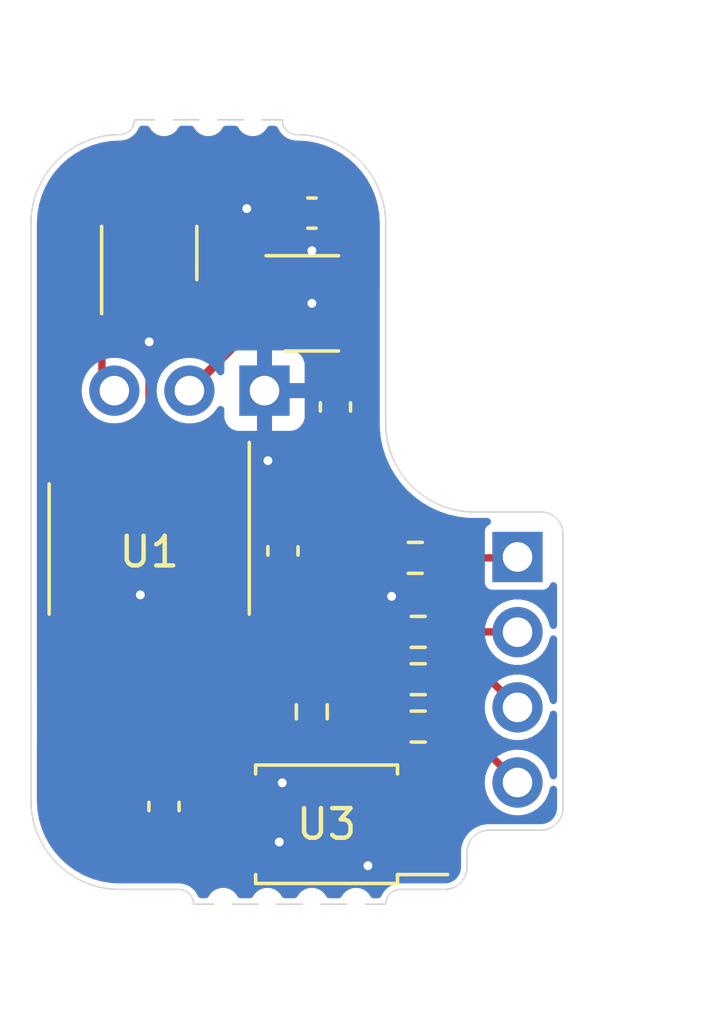
<source format=kicad_pcb>
(kicad_pcb (version 20240108) (generator "pcbnew") (generator_version "8.0")
  (layers (0 "F.Cu" signal) (31 "B.Cu" signal) (34 "B.Paste" user) (35 "F.Paste" user) (36 "B.SilkS" user "B.Silkscreen") (37 "F.SilkS" user "F.Silkscreen") (38 "B.Mask" user) (39 "F.Mask" user) (44 "Edge.Cuts" user))
  (net 0 "")
  (net 1 "GND")
  (net 2 "LED_DATA")
  (net 3 "5V")
  (net 4 "Net-(U1-Pad2)")
  (net 5 "Net-(U1-Pad3)")
  (net 6 "Net-(U1-Pad7)")
  (net 7 "Net-(U1-Pad8)")
  (net 8 "Net-(U1-Pad9)")
  (net 9 "Net-(U1-Pad10)")
  (net 10 "Net-(U1-Pad11)")
  (net 11 "Net-(U1-Pad12)")
  (net 12 "Net-(U1-Pad13)")
  (net 13 "Net-(U1-Pad14)")
  (net 14 "Net-(U2-Pad4)")
  (net 15 "3V3")
  (net 16 "RX+")
  (net 17 "RX-")
  (net 18 "SWDIO")
  (net 19 "SWDCLK")
  (net 20 "Net-(R1-Pad1)")
  (net 21 "UART_RX")
  (net 22 "Net-(R2-Pad1)")
  (net 23 "Net-(R3-Pad1)")
  (net 24 "Net-(R4-Pad1)")
  (net 25 "TX-")
  (net 26 "TX+")
  (net 27 "Net-(U1-Pad6)")
  (net 28 "Net-(U4-Pad3)")
  (net 29 "Net-(U4-Pad4)")
  (footprint "Connector_PinHeader_2.54mm:PinHeader_1x03_P2.54mm_Vertical" (layer "F.Cu") (at 0.9 -1.35 -90)
    (property "Reference" "J4" (hide yes))
    (property "Value" "Conn_01x03_Male")
    (pad "1" thru_hole rect (at 0 0 270) (size 1.7 1.7) (drill 1) (layers "*.Cu" "*.Mask") (net 1 "GND"))
    (pad "2" thru_hole oval (at 0 2.54 270) (size 1.7 1.7) (drill 1) (layers "*.Cu" "*.Mask") (net 3 "5V"))
    (pad "3" thru_hole oval (at 0 5.08 270) (size 1.7 1.7) (drill 1) (layers "*.Cu" "*.Mask") (net 2 "LED_DATA"))
  )
  (footprint "Connector_PinHeader_2.54mm:PinHeader_1x03_P2.54mm_Vertical" (layer "F.Cu") (at -5.23 9.55 90)
    (property "Reference" "J3" (hide yes))
    (property "Value" "Conn_01x03_Male")
    (pad "1" smd rect (at 0 0 90) (size 1.7 1.7) (layers "F.Cu" "F.Mask") (net 1 "GND"))
    (pad "2" smd oval (at 0 2.54 90) (size 1.7 1.7) (layers "F.Cu" "F.Mask") (net 18 "SWDIO"))
    (pad "3" smd oval (at 0 5.08 180) (size 1.7 1.7) (layers "F.Cu" "F.Mask") (net 19 "SWDCLK"))
  )
  (footprint "Package_SO:TSSOP-20_4.4x6.5mm_P0.65mm" (layer "F.Cu") (at -3 4 -90)
    (property "Reference" "U1" (at 0.1 0 180) (layer "F.SilkS"))
    (property "Value" "STM32F030F4Px")
    (fp_line (start 0 3.385) (end -2.2 3.385) (stroke (width 0.12)) (layer "F.SilkS"))
    (fp_line (start 0 3.385) (end 2.2 3.385) (stroke (width 0.12)) (layer "F.SilkS"))
    (fp_line (start 0 -3.385) (end -3.6 -3.385) (stroke (width 0.12)) (layer "F.SilkS"))
    (fp_line (start 0 -3.385) (end 2.2 -3.385) (stroke (width 0.12)) (layer "F.SilkS"))
    (pad "1" smd roundrect (at -2.8625 -2.925 270) (size 1.475 0.4) (layers "F.Cu" "F.Paste" "F.Mask") (net 1 "GND"))
    (pad "2" smd roundrect (at -2.8625 -2.275 270) (size 1.475 0.4) (layers "F.Cu" "F.Paste" "F.Mask") (net 4 "Net-(U1-Pad2)"))
    (pad "3" smd roundrect (at -2.8625 -1.625 270) (size 1.475 0.4) (layers "F.Cu" "F.Paste" "F.Mask") (net 5 "Net-(U1-Pad3)"))
    (pad "4" smd roundrect (at -2.8625 -0.975 270) (size 1.475 0.4) (layers "F.Cu" "F.Paste" "F.Mask") (net 15 "3V3"))
    (pad "5" smd roundrect (at -2.8625 -0.325 270) (size 1.475 0.4) (layers "F.Cu" "F.Paste" "F.Mask") (net 15 "3V3"))
    (pad "6" smd roundrect (at -2.8625 0.325 270) (size 1.475 0.4) (layers "F.Cu" "F.Paste" "F.Mask") (net 27 "Net-(U1-Pad6)"))
    (pad "7" smd roundrect (at -2.8625 0.975 270) (size 1.475 0.4) (layers "F.Cu" "F.Paste" "F.Mask") (net 6 "Net-(U1-Pad7)"))
    (pad "8" smd roundrect (at -2.8625 1.625 270) (size 1.475 0.4) (layers "F.Cu" "F.Paste" "F.Mask") (net 7 "Net-(U1-Pad8)"))
    (pad "9" smd roundrect (at -2.8625 2.275 270) (size 1.475 0.4) (layers "F.Cu" "F.Paste" "F.Mask") (net 8 "Net-(U1-Pad9)"))
    (pad "10" smd roundrect (at -2.8625 2.925 270) (size 1.475 0.4) (layers "F.Cu" "F.Paste" "F.Mask") (net 9 "Net-(U1-Pad10)"))
    (pad "11" smd roundrect (at 2.8625 2.925 270) (size 1.475 0.4) (layers "F.Cu" "F.Paste" "F.Mask") (net 10 "Net-(U1-Pad11)"))
    (pad "12" smd roundrect (at 2.8625 2.275 270) (size 1.475 0.4) (layers "F.Cu" "F.Paste" "F.Mask") (net 11 "Net-(U1-Pad12)"))
    (pad "13" smd roundrect (at 2.8625 1.625 270) (size 1.475 0.4) (layers "F.Cu" "F.Paste" "F.Mask") (net 12 "Net-(U1-Pad13)"))
    (pad "14" smd roundrect (at 2.8625 0.975 270) (size 1.475 0.4) (layers "F.Cu" "F.Paste" "F.Mask") (net 13 "Net-(U1-Pad14)"))
    (pad "15" smd roundrect (at 2.8625 0.325 270) (size 1.475 0.4) (layers "F.Cu" "F.Paste" "F.Mask") (net 1 "GND"))
    (pad "16" smd roundrect (at 2.8625 -0.325 270) (size 1.475 0.4) (layers "F.Cu" "F.Paste" "F.Mask") (net 15 "3V3"))
    (pad "17" smd roundrect (at 2.8625 -0.975 270) (size 1.475 0.4) (layers "F.Cu" "F.Paste" "F.Mask") (net 20 "Net-(R1-Pad1)"))
    (pad "18" smd roundrect (at 2.8625 -1.625 270) (size 1.475 0.4) (layers "F.Cu" "F.Paste" "F.Mask") (net 22 "Net-(R2-Pad1)"))
    (pad "19" smd roundrect (at 2.8625 -2.275 270) (size 1.475 0.4) (layers "F.Cu" "F.Paste" "F.Mask") (net 18 "SWDIO"))
    (pad "20" smd roundrect (at 2.8625 -2.925 270) (size 1.475 0.4) (layers "F.Cu" "F.Paste" "F.Mask") (net 19 "SWDCLK"))
  )
  (footprint "Package_TO_SOT_SMD:SOT-23-5" (layer "F.Cu") (at 2.504 -4.3)
    (property "Reference" "U2" (hide yes))
    (property "Value" "AP2112K-3.3")
    (fp_line (start -0.9 1.61) (end 0.9 1.61) (stroke (width 0.12)) (layer "F.SilkS"))
    (fp_line (start 0.9 -1.61) (end -1.55 -1.61) (stroke (width 0.12)) (layer "F.SilkS"))
    (pad "1" smd rect (at -1.1 -0.95) (size 1.06 0.65) (layers "F.Cu" "F.Paste" "F.Mask") (net 3 "5V"))
    (pad "2" smd rect (at -1.1 0) (size 1.06 0.65) (layers "F.Cu" "F.Paste" "F.Mask") (net 1 "GND"))
    (pad "3" smd rect (at -1.1 0.95) (size 1.06 0.65) (layers "F.Cu" "F.Paste" "F.Mask") (net 3 "5V"))
    (pad "4" smd rect (at 1.1 0.95) (size 1.06 0.65) (layers "F.Cu" "F.Paste" "F.Mask") (net 14 "Net-(U2-Pad4)"))
    (pad "5" smd rect (at 1.1 -0.95) (size 1.06 0.65) (layers "F.Cu" "F.Paste" "F.Mask") (net 15 "3V3"))
  )
  (footprint "Package_SO:SO-6_4.4x3.6mm_P1.27mm" (layer "F.Cu") (at 3 13.3 180)
    (property "Reference" "U3" (at 0 0 0) (layer "F.SilkS"))
    (property "Value" "TLP2361")
    (fp_line (start 2.4 2) (end -2.4 2) (stroke (width 0.12)) (layer "F.SilkS"))
    (fp_line (start 2.4 1.7) (end 2.4 2) (stroke (width 0.12)) (layer "F.SilkS"))
    (fp_line (start 2.4 -2) (end 2.4 -1.7) (stroke (width 0.12)) (layer "F.SilkS"))
    (fp_line (start -2.4 2) (end -2.4 1.7) (stroke (width 0.12)) (layer "F.SilkS"))
    (fp_line (start -2.4 -1.7) (end -2.4 -2) (stroke (width 0.12)) (layer "F.SilkS"))
    (fp_line (start -2.4 -1.7) (end -4.1 -1.7) (stroke (width 0.12)) (layer "F.SilkS"))
    (fp_line (start -2.4 -2) (end 2.4 -2) (stroke (width 0.12)) (layer "F.SilkS"))
    (pad "1" smd rect (at -3.15 -1.27 180) (size 2 0.64) (layers "F.Cu" "F.Paste" "F.Mask") (net 23 "Net-(R3-Pad1)"))
    (pad "3" smd rect (at -3.15 1.27 180) (size 2 0.64) (layers "F.Cu" "F.Paste" "F.Mask") (net 24 "Net-(R4-Pad1)"))
    (pad "4" smd rect (at 3.15 1.27 180) (size 2 0.64) (layers "F.Cu" "F.Paste" "F.Mask") (net 1 "GND"))
    (pad "5" smd rect (at 3.15 0 180) (size 2 0.64) (layers "F.Cu" "F.Paste" "F.Mask") (net 21 "UART_RX"))
    (pad "6" smd rect (at 3.15 -1.27 180) (size 2 0.64) (layers "F.Cu" "F.Paste" "F.Mask") (net 15 "3V3"))
  )
  (footprint "Capacitor_SMD:C_0603_1608Metric" (layer "F.Cu") (at 2.504 -7.348001)
    (property "Reference" "C2" (hide yes))
    (property "Value" "C")
    (fp_line (start -0.14058 -0.51) (end 0.14058 -0.51) (stroke (width 0.12)) (layer "F.SilkS"))
    (fp_line (start -0.14058 0.51) (end 0.14058 0.51) (stroke (width 0.12)) (layer "F.SilkS"))
    (pad "1" smd roundrect (at -0.775 0) (size 0.9 0.95) (layers "F.Cu" "F.Paste" "F.Mask") (net 3 "5V"))
    (pad "2" smd roundrect (at 0.775 0) (size 0.9 0.95) (layers "F.Cu" "F.Paste" "F.Mask") (net 1 "GND"))
  )
  (footprint "Capacitor_SMD:C_0603_1608Metric" (layer "F.Cu") (at 3.3 -0.8 -90)
    (property "Reference" "C3" (hide yes))
    (property "Value" "C")
    (fp_line (start -0.14058 0.51) (end 0.14058 0.51) (stroke (width 0.12)) (layer "F.SilkS"))
    (fp_line (start -0.14058 -0.51) (end 0.14058 -0.51) (stroke (width 0.12)) (layer "F.SilkS"))
    (pad "1" smd roundrect (at -0.775 0 270) (size 0.9 0.95) (layers "F.Cu" "F.Paste" "F.Mask") (net 15 "3V3"))
    (pad "2" smd roundrect (at 0.775 0 270) (size 0.9 0.95) (layers "F.Cu" "F.Paste" "F.Mask") (net 1 "GND"))
  )
  (footprint "Resistor_SMD:R_0603_1608Metric" (layer "F.Cu") (at 2.5 9.5 -90)
    (property "Reference" "R2" (hide yes))
    (property "Value" "R")
    (fp_line (start -0.237258 0.5225) (end 0.237258 0.5225) (stroke (width 0.12)) (layer "F.SilkS"))
    (fp_line (start -0.237258 -0.5225) (end 0.237258 -0.5225) (stroke (width 0.12)) (layer "F.SilkS"))
    (pad "1" smd roundrect (at -0.825 0 270) (size 0.8 0.95) (layers "F.Cu" "F.Paste" "F.Mask") (net 22 "Net-(R2-Pad1)"))
    (pad "2" smd roundrect (at 0.825 0 270) (size 0.8 0.95) (layers "F.Cu" "F.Paste" "F.Mask") (net 21 "UART_RX"))
  )
  (footprint "Resistor_SMD:R_0603_1608Metric" (layer "F.Cu") (at 6.1 8.4)
    (property "Reference" "R4" (hide yes))
    (property "Value" "R")
    (fp_line (start -0.237258 -0.5225) (end 0.237258 -0.5225) (stroke (width 0.12)) (layer "F.SilkS"))
    (fp_line (start -0.237258 0.5225) (end 0.237258 0.5225) (stroke (width 0.12)) (layer "F.SilkS"))
    (pad "1" smd roundrect (at -0.825 0) (size 0.8 0.95) (layers "F.Cu" "F.Paste" "F.Mask") (net 24 "Net-(R4-Pad1)"))
    (pad "2" smd roundrect (at 0.825 0) (size 0.8 0.95) (layers "F.Cu" "F.Paste" "F.Mask") (net 17 "RX-"))
  )
  (footprint "Capacitor_SMD:C_0603_1608Metric" (layer "F.Cu") (at 1.524 4.064 90)
    (property "Reference" "C1" (hide yes))
    (property "Value" "C")
    (fp_line (start -0.14058 -0.51) (end 0.14058 -0.51) (stroke (width 0.12)) (layer "F.SilkS"))
    (fp_line (start -0.14058 0.51) (end 0.14058 0.51) (stroke (width 0.12)) (layer "F.SilkS"))
    (pad "1" smd roundrect (at -0.775 0 90) (size 0.9 0.95) (layers "F.Cu" "F.Paste" "F.Mask") (net 15 "3V3"))
    (pad "2" smd roundrect (at 0.775 0 90) (size 0.9 0.95) (layers "F.Cu" "F.Paste" "F.Mask") (net 1 "GND"))
  )
  (footprint "Capacitor_SMD:C_0603_1608Metric" (layer "F.Cu") (at -2.5 12.7 90)
    (property "Reference" "C4" (hide yes))
    (property "Value" "C")
    (fp_line (start -0.14058 -0.51) (end 0.14058 -0.51) (stroke (width 0.12)) (layer "F.SilkS"))
    (fp_line (start -0.14058 0.51) (end 0.14058 0.51) (stroke (width 0.12)) (layer "F.SilkS"))
    (pad "1" smd roundrect (at -0.775 0 90) (size 0.9 0.95) (layers "F.Cu" "F.Paste" "F.Mask") (net 15 "3V3"))
    (pad "2" smd roundrect (at 0.775 0 90) (size 0.9 0.95) (layers "F.Cu" "F.Paste" "F.Mask") (net 1 "GND"))
  )
  (footprint "Resistor_SMD:R_0603_1608Metric" (layer "F.Cu") (at 6.1 6.8)
    (property "Reference" "R5" (hide yes))
    (property "Value" "R")
    (fp_line (start -0.237258 -0.5225) (end 0.237258 -0.5225) (stroke (width 0.12)) (layer "F.SilkS"))
    (fp_line (start -0.237258 0.5225) (end 0.237258 0.5225) (stroke (width 0.12)) (layer "F.SilkS"))
    (pad "1" smd roundrect (at -0.825 0) (size 0.8 0.95) (layers "F.Cu" "F.Paste" "F.Mask") (net 15 "3V3"))
    (pad "2" smd roundrect (at 0.825 0) (size 0.8 0.95) (layers "F.Cu" "F.Paste" "F.Mask") (net 26 "TX+"))
  )
  (footprint "Connector_PinHeader_2.54mm:PinHeader_1x04_P2.54mm_Vertical" (layer "F.Cu") (at 9.46 4.27)
    (property "Reference" "J1" (hide yes))
    (property "Value" "Conn_01x04_Male")
    (pad "1" thru_hole rect (at 0 0) (size 1.7 1.7) (drill 1) (layers "*.Cu" "*.Mask") (net 25 "TX-"))
    (pad "2" thru_hole oval (at 0 2.54) (size 1.7 1.7) (drill 1) (layers "*.Cu" "*.Mask") (net 26 "TX+"))
    (pad "3" thru_hole oval (at 0 5.08) (size 1.7 1.7) (drill 1) (layers "*.Cu" "*.Mask") (net 17 "RX-"))
    (pad "4" thru_hole oval (at 0 7.62) (size 1.7 1.7) (drill 1) (layers "*.Cu" "*.Mask") (net 16 "RX+"))
  )
  (footprint "Resistor_SMD:R_0603_1608Metric" (layer "F.Cu") (at 6.1 10)
    (property "Reference" "R3" (hide yes))
    (property "Value" "R")
    (fp_line (start -0.237258 -0.5225) (end 0.237258 -0.5225) (stroke (width 0.12)) (layer "F.SilkS"))
    (fp_line (start -0.237258 0.5225) (end 0.237258 0.5225) (stroke (width 0.12)) (layer "F.SilkS"))
    (pad "1" smd roundrect (at -0.825 0) (size 0.8 0.95) (layers "F.Cu" "F.Paste" "F.Mask") (net 23 "Net-(R3-Pad1)"))
    (pad "2" smd roundrect (at 0.825 0) (size 0.8 0.95) (layers "F.Cu" "F.Paste" "F.Mask") (net 16 "RX+"))
  )
  (footprint "Package_TO_SOT_SMD:SOT-23-6_Handsoldering" (layer "F.Cu") (at -3 -6 90)
    (property "Reference" "U4" (hide yes))
    (property "Value" "74LVC2G17")
    (fp_line (start 0.9 -1.61) (end -2.05 -1.61) (stroke (width 0.12)) (layer "F.SilkS"))
    (fp_line (start -0.9 1.61) (end 0.9 1.61) (stroke (width 0.12)) (layer "F.SilkS"))
    (pad "1" smd rect (at -1.35 -0.95 90) (size 1.56 0.65) (layers "F.Cu" "F.Paste" "F.Mask") (net 27 "Net-(U1-Pad6)"))
    (pad "2" smd rect (at -1.35 0 90) (size 1.56 0.65) (layers "F.Cu" "F.Paste" "F.Mask") (net 1 "GND"))
    (pad "3" smd rect (at -1.35 0.95 90) (size 1.56 0.65) (layers "F.Cu" "F.Paste" "F.Mask") (net 28 "Net-(U4-Pad3)"))
    (pad "4" smd rect (at 1.35 0.95 90) (size 1.56 0.65) (layers "F.Cu" "F.Paste" "F.Mask") (net 29 "Net-(U4-Pad4)"))
    (pad "5" smd rect (at 1.35 0 90) (size 1.56 0.65) (layers "F.Cu" "F.Paste" "F.Mask") (net 3 "5V"))
    (pad "6" smd rect (at 1.35 -0.95 90) (size 1.56 0.65) (layers "F.Cu" "F.Paste" "F.Mask") (net 2 "LED_DATA"))
  )
  (footprint "Resistor_SMD:R_0603_1608Metric" (layer "F.Cu") (at 6 4.3)
    (property "Reference" "R1" (hide yes))
    (property "Value" "R")
    (fp_line (start -0.237258 -0.5225) (end 0.237258 -0.5225) (stroke (width 0.12)) (layer "F.SilkS"))
    (fp_line (start -0.237258 0.5225) (end 0.237258 0.5225) (stroke (width 0.12)) (layer "F.SilkS"))
    (pad "1" smd roundrect (at -0.825 0) (size 0.8 0.95) (layers "F.Cu" "F.Paste" "F.Mask") (net 20 "Net-(R1-Pad1)"))
    (pad "2" smd roundrect (at 0.825 0) (size 0.8 0.95) (layers "F.Cu" "F.Paste" "F.Mask") (net 25 "TX-"))
  )
  (footprint "MountingHole:MountingHole_2.1mm" (layer "F.Cu") (at -0.5 16)
    (property "Reference" "REF**" (hide yes))
    (property "Value" "mousebite")
    (pad "" np_thru_hole circle (at 0 0) (size 0.6 0.6) (drill 0.6) (layers "*.Cu" "*.Mask"))
  )
  (footprint "MountingHole:MountingHole_2.1mm" (layer "F.Cu") (at 1 16)
    (property "Reference" "REF**" (hide yes))
    (property "Value" "mousebite")
    (pad "" np_thru_hole circle (at 0 0) (size 0.6 0.6) (drill 0.6) (layers "*.Cu" "*.Mask"))
  )
  (footprint "MountingHole:MountingHole_2.1mm" (layer "F.Cu") (at 2.5 16)
    (property "Reference" "REF**" (hide yes))
    (property "Value" "mousebite")
    (pad "" np_thru_hole circle (at 0 0) (size 0.6 0.6) (drill 0.6) (layers "*.Cu" "*.Mask"))
  )
  (footprint "MountingHole:MountingHole_2.1mm" (layer "F.Cu") (at 4 16)
    (property "Reference" "REF**" (hide yes))
    (property "Value" "mousebite")
    (pad "" np_thru_hole circle (at 0 0) (size 0.6 0.6) (drill 0.6) (layers "*.Cu" "*.Mask"))
  )
  (footprint "MountingHole:MountingHole_2.1mm" (layer "F.Cu") (at 0.5 -10.5 180)
    (property "Reference" "REF**" (hide yes))
    (property "Value" "mousebite")
    (pad "" np_thru_hole circle (at 0 0 180) (size 0.6 0.6) (drill 0.6) (layers "*.Cu" "*.Mask"))
  )
  (footprint "MountingHole:MountingHole_2.1mm" (layer "F.Cu") (at -0.999999 -10.5 180)
    (property "Reference" "REF**" (hide yes))
    (property "Value" "mousebite")
    (pad "" np_thru_hole circle (at 0 0 180) (size 0.6 0.6) (drill 0.6) (layers "*.Cu" "*.Mask"))
  )
  (footprint "MountingHole:MountingHole_2.1mm" (layer "F.Cu") (at -2.5 -10.499999 180)
    (property "Reference" "REF**" (hide yes))
    (property "Value" "mousebite")
    (pad "" np_thru_hole circle (at 0 0 180) (size 0.6 0.6) (drill 0.6) (layers "*.Cu" "*.Mask"))
  )
  (gr_arc (start -7 -7) (mid -6.12132 -9.12132) (end -4 -10) (stroke (width 0.05)) (layer "Edge.Cuts"))
  (gr_arc (start 8 2.75) (mid 5.87868 1.87132) (end 5 -0.25) (stroke (width 0.05)) (layer "Edge.Cuts"))
  (gr_arc (start 11 12.75) (mid 10.78033 13.28033) (end 10.25 13.5) (stroke (width 0.05)) (layer "Edge.Cuts"))
  (gr_arc (start 10.25 2.75) (mid 10.78033 2.96967) (end 11 3.5) (stroke (width 0.05)) (layer "Edge.Cuts"))
  (gr_arc (start 7.75 14.25) (mid 7.96967 13.71967) (end 8.5 13.5) (stroke (width 0.05)) (layer "Edge.Cuts"))
  (gr_arc (start -4 15.5) (mid -6.12132 14.62132) (end -7 12.5) (stroke (width 0.05)) (layer "Edge.Cuts"))
  (gr_line (start 7.75 14.75) (end 7.75 14.25) (stroke (width 0.05)) (layer "Edge.Cuts"))
  (gr_line (start 7 15.5) (end 5.5 15.5) (stroke (width 0.05)) (layer "Edge.Cuts"))
  (gr_arc (start -2 15.499999) (mid -1.646447 15.646446) (end -1.5 16) (stroke (width 0.05)) (layer "Edge.Cuts"))
  (gr_line (start -1.5 16) (end 4.999999 16) (stroke (width 0.05)) (layer "Edge.Cuts"))
  (gr_arc (start -3.5 -10.5) (mid -3.646447 -10.146447) (end -4.000001 -10) (stroke (width 0.05)) (layer "Edge.Cuts"))
  (gr_line (start 1.5 -10.499999) (end -3.5 -10.5) (stroke (width 0.05)) (layer "Edge.Cuts"))
  (gr_arc (start 2.000001 -9.999999) (mid 1.646447 -10.146446) (end 1.5 -10.499999) (stroke (width 0.05)) (layer "Edge.Cuts"))
  (gr_line (start 10.25 2.75) (end 8 2.75) (stroke (width 0.05)) (layer "Edge.Cuts"))
  (gr_arc (start 4.999999 16) (mid 5.146446 15.646447) (end 5.5 15.5) (stroke (width 0.05)) (layer "Edge.Cuts"))
  (gr_arc (start 2 -10) (mid 4.12132 -9.12132) (end 5 -7) (stroke (width 0.05)) (layer "Edge.Cuts"))
  (gr_line (start -4 15.5) (end -2 15.5) (stroke (width 0.05)) (layer "Edge.Cuts"))
  (gr_line (start 5 -0.25) (end 5 -7) (stroke (width 0.05)) (layer "Edge.Cuts"))
  (gr_line (start 8.5 13.5) (end 10.25 13.5) (stroke (width 0.05)) (layer "Edge.Cuts"))
  (gr_line (start 11 12.75) (end 11 3.5) (stroke (width 0.05)) (layer "Edge.Cuts"))
  (gr_line (start -7 -7) (end -7 12.5) (stroke (width 0.05)) (layer "Edge.Cuts"))
  (gr_arc (start 7.75 14.75) (mid 7.53033 15.28033) (end 7 15.5) (stroke (width 0.05)) (layer "Edge.Cuts"))
  (segment (start 1.404 -4.3) (end 2.504 -4.3) (width 0.25) (layer "F.Cu") (net 1))
  (segment (start 0.8945 1.1375) (end 1.016 1.016) (width 0.25) (layer "F.Cu") (net 1))
  (segment (start 3.279 -6.853) (end 2.504 -6.078) (width 0.25) (layer "F.Cu") (net 1))
  (segment (start 3.279 -7.348) (end 3.279 -6.853) (width 0.25) (layer "F.Cu") (net 1))
  (segment (start -3.325 7.6) (end -5.23 9.505) (width 0.25) (layer "F.Cu") (net 1))
  (segment (start -3.325 6.8625) (end -3.325 7.6) (width 0.25) (layer "F.Cu") (net 1))
  (segment (start -5.23 9.505) (end -5.23 9.55) (width 0.25) (layer "F.Cu") (net 1))
  (segment (start -0.075 1.1375) (end 0.8945 1.1375) (width 0.25) (layer "F.Cu") (net 1))
  (via (at 2.504 -4.3) (size 0.6) (drill 0.3) (layers "F.Cu" "B.Cu") (net 1))
  (via (at -3.3 5.55) (size 0.6) (drill 0.3) (layers "F.Cu" "B.Cu") (net 1))
  (via (at -3 -3) (size 0.6) (drill 0.3) (layers "F.Cu" "B.Cu") (net 1))
  (via (at 0.3 -7.5) (size 0.6) (drill 0.3) (layers "F.Cu" "B.Cu") (net 1))
  (via (at 5.2 5.6) (size 0.6) (drill 0.3) (layers "F.Cu" "B.Cu") (net 1))
  (via (at 4.4 14.7) (size 0.6) (drill 0.3) (layers "F.Cu" "B.Cu") (net 1))
  (via (at 1.4 13.9) (size 0.6) (drill 0.3) (layers "F.Cu" "B.Cu") (net 1))
  (via (at 1.5 11.9) (size 0.6) (drill 0.3) (layers "F.Cu" "B.Cu") (net 1))
  (via (at 2.504 -6.078) (size 0.6) (drill 0.3) (layers "F.Cu" "B.Cu") (net 1))
  (via (at 1.016 1.016) (size 0.6) (drill 0.3) (layers "F.Cu" "B.Cu") (net 1))
  (segment (start -3.95 -7.35) (end -4.600001 -6.699999) (width 0.25) (layer "F.Cu") (net 2))
  (segment (start -4.600001 -6.699999) (end -4.600001 -1.770001) (width 0.25) (layer "F.Cu") (net 2))
  (segment (start -4.600001 -1.770001) (end -4.18 -1.35) (width 0.25) (layer "F.Cu") (net 2))
  (segment (start 0.574 -5.250001) (end 0.2 -4.876001) (width 0.3) (layer "F.Cu") (net 3))
  (segment (start -3 -8.43) (end -3 -7.35) (width 0.3) (layer "F.Cu") (net 3))
  (segment (start 0.2 -3.724) (end 0.574 -3.35) (width 0.3) (layer "F.Cu") (net 3))
  (segment (start 1.404 -5.25) (end 1.404 -7.022999) (width 0.3) (layer "F.Cu") (net 3))
  (segment (start 1.404 -7.022999) (end 1.729 -7.348) (width 0.3) (layer "F.Cu") (net 3))
  (segment (start -2.949999 -8.480001) (end -3 -8.43) (width 0.3) (layer "F.Cu") (net 3))
  (segment (start 0.597 -8.480001) (end -2.949999 -8.480001) (width 0.3) (layer "F.Cu") (net 3))
  (segment (start 1.404 -5.25) (end 0.574 -5.250001) (width 0.3) (layer "F.Cu") (net 3))
  (segment (start 0.2 -4.876001) (end 0.2 -3.724) (width 0.3) (layer "F.Cu") (net 3))
  (segment (start 0.36 -3.35) (end 0.574 -3.35) (width 0.3) (layer "F.Cu") (net 3))
  (segment (start 0.574 -3.35) (end 1.404 -3.35) (width 0.3) (layer "F.Cu") (net 3))
  (segment (start 1.729 -7.348001) (end 0.597 -8.480001) (width 0.3) (layer "F.Cu") (net 3))
  (segment (start -1.64 -1.35) (end 0.36 -3.35) (width 0.3) (layer "F.Cu") (net 3))
  (segment (start 1.524 4.839) (end -2.045 4.839) (width 0.25) (layer "F.Cu") (net 15))
  (segment (start 4.459001 -2.686001) (end 3.279 -1.506) (width 0.25) (layer "F.Cu") (net 15))
  (segment (start -2.675 7.795998) (end -3.865001 8.985999) (width 0.25) (layer "F.Cu") (net 15))
  (segment (start -2.045 4.839) (end -2.675 5.469) (width 0.25) (layer "F.Cu") (net 15))
  (segment (start -3.865001 12.109999) (end -2.5 13.475) (width 0.25) (layer "F.Cu") (net 15))
  (segment (start -2.025 1.1375) (end -2.025 2.225) (width 0.25) (layer "F.Cu") (net 15))
  (segment (start 4.459001 -4.394999) (end 4.459001 -2.686001) (width 0.25) (layer "F.Cu") (net 15))
  (segment (start 5.692468 3.49999) (end 4.60001 3.49999) (width 0.25) (layer "F.Cu") (net 15))
  (segment (start -2.025 2.225) (end -2.675 2.875) (width 0.25) (layer "F.Cu") (net 15))
  (segment (start -2.675 5.961) (end -2.675 6.8625) (width 0.25) (layer "F.Cu") (net 15))
  (segment (start 3.261 4.839) (end 1.524 4.839) (width 0.25) (layer "F.Cu") (net 15))
  (segment (start 3.604 -5.25) (end 4.459001 -4.394999) (width 0.25) (layer "F.Cu") (net 15))
  (segment (start -1.405 14.57) (end -0.15 14.57) (width 0.25) (layer "F.Cu") (net 15))
  (segment (start -2.675 5.469) (end -2.675 5.961) (width 0.25) (layer "F.Cu") (net 15))
  (segment (start -2.675 6.8625) (end -2.675 7.795998) (width 0.25) (layer "F.Cu") (net 15))
  (segment (start 4.10001 -0.77499) (end 4.10001 2.26299) (width 0.25) (layer "F.Cu") (net 15))
  (segment (start 3.3 -1.575) (end 4.10001 -0.77499) (width 0.25) (layer "F.Cu") (net 15))
  (segment (start -2.675 1.1375) (end -2.675 2.875) (width 0.25) (layer "F.Cu") (net 15))
  (segment (start 6.00001 6.07499) (end 6.00001 3.807532) (width 0.25) (layer "F.Cu") (net 15))
  (segment (start -2.5 13.475) (end -1.405 14.57) (width 0.25) (layer "F.Cu") (net 15))
  (segment (start 5.275 6.8) (end 6.00001 6.07499) (width 0.25) (layer "F.Cu") (net 15))
  (segment (start 4.60001 3.49999) (end 3.261 4.839) (width 0.25) (layer "F.Cu") (net 15))
  (segment (start 6.00001 3.807532) (end 5.692468 3.49999) (width 0.25) (layer "F.Cu") (net 15))
  (segment (start -3.865001 8.985999) (end -3.865001 12.109999) (width 0.25) (layer "F.Cu") (net 15))
  (segment (start 4.10001 2.26299) (end 1.524 4.839) (width 0.25) (layer "F.Cu") (net 15))
  (segment (start -2.675 2.875) (end -2.675 5.961) (width 0.25) (layer "F.Cu") (net 15))
  (segment (start 9.46 11.89) (end 7.57 10) (width 0.25) (layer "F.Cu") (net 16))
  (segment (start 7.57 10) (end 6.925 10) (width 0.25) (layer "F.Cu") (net 16))
  (segment (start 9.46 9.35) (end 8.51 8.4) (width 0.25) (layer "F.Cu") (net 17))
  (segment (start 8.51 8.4) (end 6.925 8.4) (width 0.25) (layer "F.Cu") (net 17))
  (segment (start -0.725 7.585) (end -2.69 9.55) (width 0.25) (layer "F.Cu") (net 18))
  (segment (start -0.725 6.8625) (end -0.725 7.585) (width 0.25) (layer "F.Cu") (net 18))
  (segment (start -0.075 9.475) (end -0.15 9.55) (width 0.25) (layer "F.Cu") (net 19))
  (segment (start -0.075 6.8625) (end -0.075 9.475) (width 0.25) (layer "F.Cu") (net 19))
  (segment (start 1.046176 5.61401) (end 3.96099 5.61401) (width 0.25) (layer "F.Cu") (net 20))
  (segment (start 3.96099 5.61401) (end 5.275 4.3) (width 0.25) (layer "F.Cu") (net 20))
  (segment (start -2.025 6.8625) (end -2.025 6.125) (width 0.25) (layer "F.Cu") (net 20))
  (segment (start 0.782146 5.34998) (end 1.046176 5.61401) (width 0.25) (layer "F.Cu") (net 20))
  (segment (start -1.24998 5.34998) (end 0.782146 5.34998) (width 0.25) (layer "F.Cu") (net 20))
  (segment (start -2.025 6.125) (end -1.24998 5.34998) (width 0.25) (layer "F.Cu") (net 20))
  (segment (start 2.5 11.9) (end 2.5 10.325) (width 0.25) (layer "F.Cu") (net 21))
  (segment (start 1.1 13.3) (end 2.5 11.9) (width 0.25) (layer "F.Cu") (net 21))
  (segment (start -0.15 13.3) (end 1.1 13.3) (width 0.25) (layer "F.Cu") (net 21))
  (segment (start 0.45001 6.048952) (end 0.45001 6.62501) (width 0.25) (layer "F.Cu") (net 22))
  (segment (start -1.375 6.8625) (end -1.375 6.173942) (width 0.25) (layer "F.Cu") (net 22))
  (segment (start 0.45001 6.62501) (end 2.5 8.675) (width 0.25) (layer "F.Cu") (net 22))
  (segment (start -1.001048 5.79999) (end 0.201048 5.79999) (width 0.25) (layer "F.Cu") (net 22))
  (segment (start 0.201048 5.79999) (end 0.45001 6.048952) (width 0.25) (layer "F.Cu") (net 22))
  (segment (start -1.375 6.173942) (end -1.001048 5.79999) (width 0.25) (layer "F.Cu") (net 22))
  (segment (start 4.824999 13.244999) (end 6.15 14.57) (width 0.25) (layer "F.Cu") (net 23))
  (segment (start 5.275 10) (end 4.824999 10.450001) (width 0.25) (layer "F.Cu") (net 23))
  (segment (start 4.824999 10.450001) (end 4.824999 13.244999) (width 0.25) (layer "F.Cu") (net 23))
  (segment (start 5.275 8.4) (end 6.1 9.225) (width 0.25) (layer "F.Cu") (net 24))
  (segment (start 6.1 9.225) (end 6.1 11.98) (width 0.25) (layer "F.Cu") (net 24))
  (segment (start 6.1 11.98) (end 6.15 12.03) (width 0.25) (layer "F.Cu") (net 24))
  (segment (start 6.925 4.3) (end 9.43 4.3) (width 0.25) (layer "F.Cu") (net 25))
  (segment (start 9.43 4.3) (end 9.46 4.27) (width 0.25) (layer "F.Cu") (net 25))
  (segment (start 9.45 6.8) (end 9.46 6.81) (width 0.25) (layer "F.Cu") (net 26))
  (segment (start 6.925 6.8) (end 9.45 6.8) (width 0.25) (layer "F.Cu") (net 26))
  (segment (start -3.95 -2.859002) (end -3.004999 -1.914001) (width 0.25) (layer "F.Cu") (net 27))
  (segment (start -3.95 -4.65) (end -3.95 -2.859002) (width 0.25) (layer "F.Cu") (net 27))
  (segment (start -3.004999 0.079999) (end -3.325 0.4) (width 0.25) (layer "F.Cu") (net 27))
  (segment (start -3.004999 -1.914001) (end -3.004999 0.079999) (width 0.25) (layer "F.Cu") (net 27))
  (segment (start -3.325 0.4) (end -3.325 1.1375) (width 0.25) (layer "F.Cu") (net 27))
  (zone (net 1) (net_name "GND") (layer "F.Cu") (connect_pads (clearance 0.254)) (min_thickness 0.254) (fill yes (thermal_gap 0.508) (thermal_bridge_width 0.508))
    (polygon (pts (xy 12 18) (xy -8 18) (xy -8 -11) (xy 12 -11)))
  )
  (zone (net 1) (net_name "GND") (layer "B.Cu") (connect_pads (clearance 0.254)) (min_thickness 0.254) (fill yes (thermal_gap 0.508) (thermal_bridge_width 0.508))
    (polygon (pts (xy 12 18) (xy -8 18) (xy -8 -11) (xy 12 -11)))
  )
)
</source>
